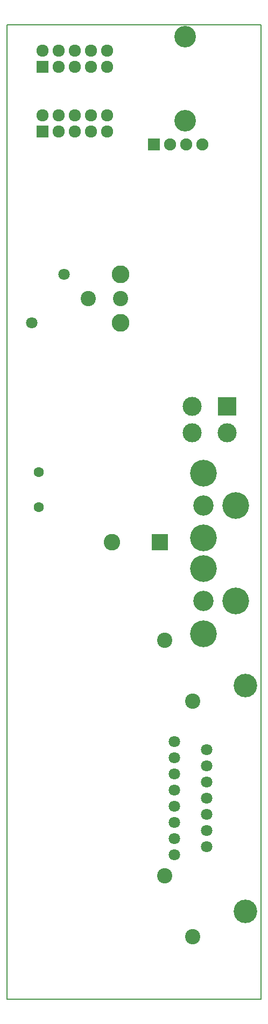
<source format=gbr>
G04 #@! TF.GenerationSoftware,KiCad,Pcbnew,(5.0.0-rc2-dev-311-g1dd4af297)*
G04 #@! TF.CreationDate,2018-06-08T08:48:50+02:00*
G04 #@! TF.ProjectId,resetUSB,72657365745553422E6B696361645F70,1.0*
G04 #@! TF.SameCoordinates,PX6ad8e7cPY2bcdfd4*
G04 #@! TF.FileFunction,Soldermask,Bot*
G04 #@! TF.FilePolarity,Negative*
%FSLAX46Y46*%
G04 Gerber Fmt 4.6, Leading zero omitted, Abs format (unit mm)*
G04 Created by KiCad (PCBNEW (5.0.0-rc2-dev-311-g1dd4af297)) date 06/08/18 08:48:50*
%MOMM*%
%LPD*%
G01*
G04 APERTURE LIST*
%ADD10C,0.200000*%
%ADD11C,4.200000*%
%ADD12C,3.200000*%
%ADD13C,3.700000*%
%ADD14C,1.800000*%
%ADD15C,1.600000*%
%ADD16C,2.400000*%
%ADD17C,3.000000*%
%ADD18R,3.000000X3.000000*%
%ADD19C,2.800000*%
%ADD20C,3.400000*%
%ADD21C,2.600000*%
%ADD22R,2.600000X2.600000*%
%ADD23O,1.927200X1.927200*%
%ADD24R,1.927200X1.927200*%
%ADD25O,1.900000X1.900000*%
%ADD26R,1.900000X1.900000*%
G04 APERTURE END LIST*
D10*
X0Y0D02*
X0Y-153000000D01*
X40000000Y0D02*
X0Y0D01*
X40000000Y-153000000D02*
X40000000Y0D01*
X0Y-153000000D02*
X40000000Y-153000000D01*
D11*
X36000000Y-75492000D03*
D12*
X30900000Y-75492000D03*
D11*
X30900000Y-80592000D03*
X30900000Y-70392000D03*
X30900000Y-85392000D03*
X30900000Y-95592000D03*
D12*
X30900000Y-90492000D03*
D11*
X36000000Y-90492000D03*
D13*
X37508000Y-103750000D03*
X37508000Y-139250000D03*
D14*
X26308000Y-130385000D03*
X26308000Y-127845000D03*
X26308000Y-125305000D03*
X26308000Y-122765000D03*
X26308000Y-120225000D03*
X26308000Y-117685000D03*
X26308000Y-115145000D03*
X26308000Y-112605000D03*
X31388000Y-129115000D03*
X31388000Y-126575000D03*
X31388000Y-124035000D03*
X31388000Y-113875000D03*
X31388000Y-116415000D03*
X31388000Y-118955000D03*
X31388000Y-121495000D03*
D15*
X5000000Y-75750000D03*
X5000000Y-70250000D03*
D16*
X24770000Y-133650000D03*
X29210000Y-143180000D03*
D17*
X29158000Y-64075000D03*
X29158000Y-59875000D03*
X34658000Y-64075000D03*
D18*
X34658000Y-59875000D03*
D14*
X3920000Y-46810000D03*
X9000000Y-39190000D03*
D16*
X12810000Y-43000000D03*
X17890000Y-43000000D03*
D19*
X17890000Y-46810000D03*
X17890000Y-39190000D03*
D20*
X28043500Y-1853500D03*
X28043500Y-14993500D03*
D21*
X16500000Y-81280000D03*
D22*
X24000000Y-81280000D03*
D16*
X24770000Y-96650000D03*
X29210000Y-106180000D03*
D23*
X15774000Y-3989000D03*
X15774000Y-6529000D03*
X13234000Y-3989000D03*
X13234000Y-6529000D03*
X10694000Y-3989000D03*
X10694000Y-6529000D03*
X8154000Y-3989000D03*
X8154000Y-6529000D03*
X5614000Y-3989000D03*
D24*
X5614000Y-6529000D03*
D23*
X15774000Y-14149000D03*
X15774000Y-16689000D03*
X13234000Y-14149000D03*
X13234000Y-16689000D03*
X10694000Y-14149000D03*
X10694000Y-16689000D03*
X8154000Y-14149000D03*
X8154000Y-16689000D03*
X5614000Y-14149000D03*
D24*
X5614000Y-16689000D03*
D25*
X30760000Y-18761000D03*
X28220000Y-18761000D03*
X25680000Y-18761000D03*
D26*
X23140000Y-18761000D03*
M02*

</source>
